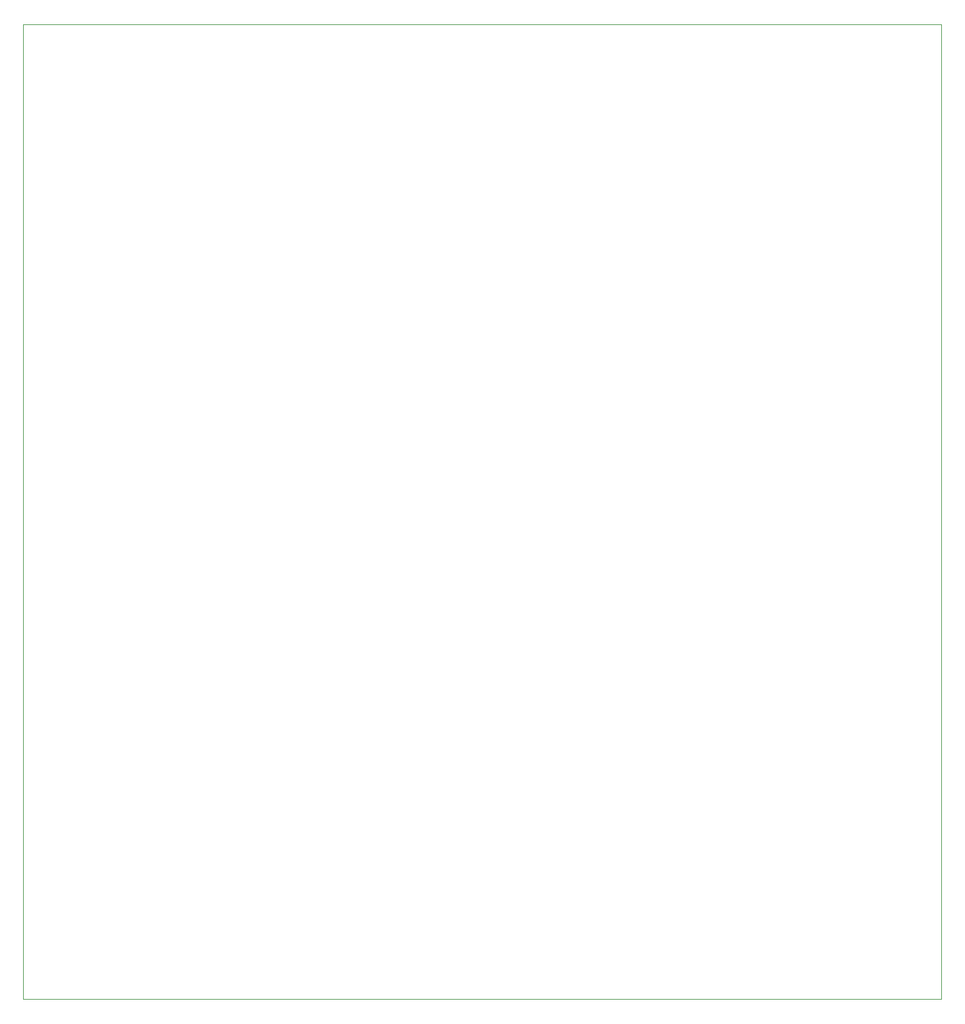
<source format=gbr>
%TF.GenerationSoftware,KiCad,Pcbnew,7.0.7-7.0.7~ubuntu22.04.1*%
%TF.CreationDate,2023-08-30T14:27:08-06:00*%
%TF.ProjectId,PWM_PCB,50574d5f-5043-4422-9e6b-696361645f70,rev?*%
%TF.SameCoordinates,Original*%
%TF.FileFunction,Profile,NP*%
%FSLAX46Y46*%
G04 Gerber Fmt 4.6, Leading zero omitted, Abs format (unit mm)*
G04 Created by KiCad (PCBNEW 7.0.7-7.0.7~ubuntu22.04.1) date 2023-08-30 14:27:08*
%MOMM*%
%LPD*%
G01*
G04 APERTURE LIST*
%TA.AperFunction,Profile*%
%ADD10C,0.100000*%
%TD*%
G04 APERTURE END LIST*
D10*
X83820000Y-22860000D02*
X208280000Y-22860000D01*
X208280000Y-154940000D01*
X83820000Y-154940000D01*
X83820000Y-22860000D01*
M02*

</source>
